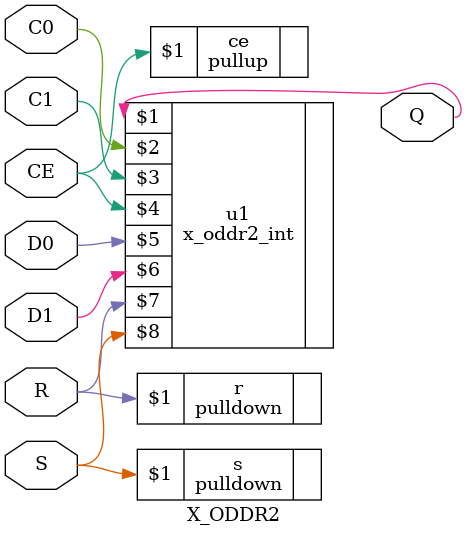
<source format=v>

`timescale 1 ps / 1 ps

module X_ODDR2 (Q, C0, C1, CE, D0, D1, R, S);

    output Q;
    input C0;
    input C1;
    input CE;
    input D0;
    input D1;
    input R;
    input S;
    parameter DDR_ALIGNMENT = "NONE";    
    parameter INIT = 1'b0;
    parameter SRTYPE = "SYNC";
    parameter LOC = "UNPLACED";
    pulldown r (R);
    pulldown s (S);
    pullup ce (CE);

    x_oddr2_int u1 (Q, C0, C1, CE, D0, D1, R, S);
    defparam u1.DDR_ALIGNMENT = DDR_ALIGNMENT;
    defparam u1.INIT = INIT;
    defparam u1.SRTYPE = SRTYPE;
    
endmodule // X_ODDR2

</source>
